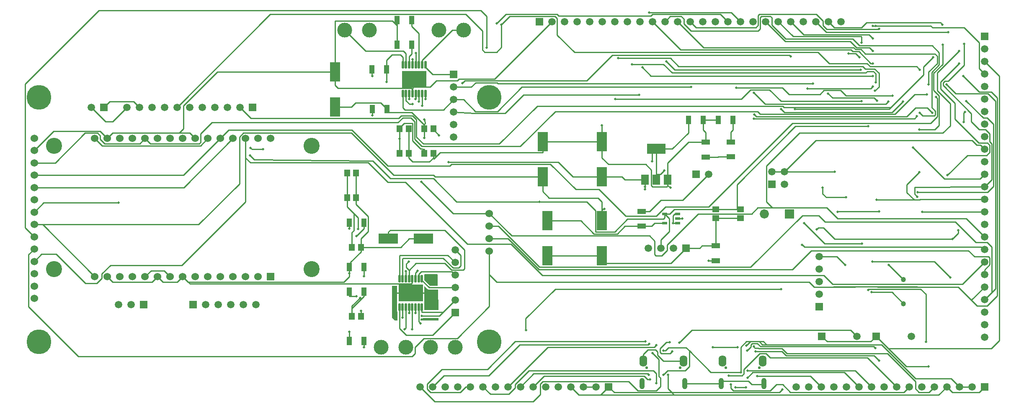
<source format=gbr>
G04*
G04 #@! TF.GenerationSoftware,Altium Limited,Altium Designer,23.1.1 (15)*
G04*
G04 Layer_Physical_Order=2*
G04 Layer_Color=16711680*
%FSLAX44Y44*%
%MOMM*%
G71*
G04*
G04 #@! TF.SameCoordinates,BB96B4BC-2DDC-42E6-90C6-D32D3C2E4667*
G04*
G04*
G04 #@! TF.FilePolarity,Positive*
G04*
G01*
G75*
%ADD12C,0.2540*%
%ADD18R,1.1500X1.4500*%
G04:AMPARAMS|DCode=21|XSize=0.94mm|YSize=1.77mm|CornerRadius=0.0658mm|HoleSize=0mm|Usage=FLASHONLY|Rotation=90.000|XOffset=0mm|YOffset=0mm|HoleType=Round|Shape=RoundedRectangle|*
%AMROUNDEDRECTD21*
21,1,0.9400,1.6384,0,0,90.0*
21,1,0.8084,1.7700,0,0,90.0*
1,1,0.1316,0.8192,0.4042*
1,1,0.1316,0.8192,-0.4042*
1,1,0.1316,-0.8192,-0.4042*
1,1,0.1316,-0.8192,0.4042*
%
%ADD21ROUNDEDRECTD21*%
G04:AMPARAMS|DCode=22|XSize=1.09mm|YSize=1.77mm|CornerRadius=0.0763mm|HoleSize=0mm|Usage=FLASHONLY|Rotation=90.000|XOffset=0mm|YOffset=0mm|HoleType=Round|Shape=RoundedRectangle|*
%AMROUNDEDRECTD22*
21,1,1.0900,1.6174,0,0,90.0*
21,1,0.9374,1.7700,0,0,90.0*
1,1,0.1526,0.8087,0.4687*
1,1,0.1526,0.8087,-0.4687*
1,1,0.1526,-0.8087,-0.4687*
1,1,0.1526,-0.8087,0.4687*
%
%ADD22ROUNDEDRECTD22*%
G04:AMPARAMS|DCode=24|XSize=1.09mm|YSize=1.77mm|CornerRadius=0.0763mm|HoleSize=0mm|Usage=FLASHONLY|Rotation=180.000|XOffset=0mm|YOffset=0mm|HoleType=Round|Shape=RoundedRectangle|*
%AMROUNDEDRECTD24*
21,1,1.0900,1.6174,0,0,180.0*
21,1,0.9374,1.7700,0,0,180.0*
1,1,0.1526,-0.4687,0.8087*
1,1,0.1526,0.4687,0.8087*
1,1,0.1526,0.4687,-0.8087*
1,1,0.1526,-0.4687,-0.8087*
%
%ADD24ROUNDEDRECTD24*%
G04:AMPARAMS|DCode=25|XSize=0.94mm|YSize=1.77mm|CornerRadius=0.0658mm|HoleSize=0mm|Usage=FLASHONLY|Rotation=180.000|XOffset=0mm|YOffset=0mm|HoleType=Round|Shape=RoundedRectangle|*
%AMROUNDEDRECTD25*
21,1,0.9400,1.6384,0,0,180.0*
21,1,0.8084,1.7700,0,0,180.0*
1,1,0.1316,-0.4042,0.8192*
1,1,0.1316,0.4042,0.8192*
1,1,0.1316,0.4042,-0.8192*
1,1,0.1316,-0.4042,-0.8192*
%
%ADD25ROUNDEDRECTD25*%
%ADD41C,0.3000*%
%ADD55C,1.5000*%
%ADD56R,1.5000X1.5000*%
%ADD57C,3.0000*%
%ADD58C,1.5240*%
%ADD59C,5.0000*%
%ADD60C,1.0300*%
%ADD61R,1.5000X1.5000*%
%ADD62C,0.5500*%
%ADD63O,1.0000X2.3000*%
%ADD64O,1.6000X2.3000*%
%ADD65R,1.5300X1.5300*%
%ADD66C,1.5300*%
%ADD67C,3.2500*%
%ADD68C,1.8500*%
%ADD69R,1.8500X1.8500*%
%ADD70C,0.5000*%
%ADD71R,4.0000X2.0000*%
G04:AMPARAMS|DCode=72|XSize=1.5mm|YSize=0.45mm|CornerRadius=0.0563mm|HoleSize=0mm|Usage=FLASHONLY|Rotation=90.000|XOffset=0mm|YOffset=0mm|HoleType=Round|Shape=RoundedRectangle|*
%AMROUNDEDRECTD72*
21,1,1.5000,0.3375,0,0,90.0*
21,1,1.3875,0.4500,0,0,90.0*
1,1,0.1125,0.1688,0.6938*
1,1,0.1125,0.1688,-0.6938*
1,1,0.1125,-0.1688,-0.6938*
1,1,0.1125,-0.1688,0.6938*
%
%ADD72ROUNDEDRECTD72*%
%ADD73R,5.0000X3.4000*%
%ADD74R,2.0000X4.0000*%
%ADD75R,1.4500X1.1500*%
%ADD76R,3.8000X2.0000*%
%ADD77R,1.5000X2.0000*%
%ADD78R,1.1000X0.6000*%
G36*
X864362Y257810D02*
X864900Y235594D01*
X864012Y234685D01*
X848923D01*
X837601Y246007D01*
Y255937D01*
X837430Y256794D01*
X838159Y258064D01*
X864108D01*
X864362Y257810D01*
D02*
G37*
G36*
X823960Y220804D02*
Y219196D01*
X824153Y218730D01*
X819848D01*
X820041Y219196D01*
Y220804D01*
X819848Y221270D01*
X824153D01*
X823960Y220804D01*
D02*
G37*
G36*
X811960D02*
Y219196D01*
X812153Y218730D01*
X810000D01*
X807848D01*
X808041Y219196D01*
Y220804D01*
X807848Y221270D01*
X810000D01*
X812153D01*
X811960Y220804D01*
D02*
G37*
G36*
X799960D02*
Y219196D01*
X800153Y218730D01*
X795848D01*
X796041Y219196D01*
Y220804D01*
X795848Y221270D01*
X800153D01*
X799960Y220804D01*
D02*
G37*
G36*
X844567Y228053D02*
X845827Y227211D01*
X847314Y226915D01*
X865109D01*
X866096Y186150D01*
X865209Y185241D01*
X837601D01*
Y197937D01*
X837360Y199148D01*
X837332Y199190D01*
X837540Y200460D01*
X837540D01*
X837540Y200460D01*
Y218730D01*
X831848D01*
X832041Y219196D01*
Y220804D01*
X831848Y221270D01*
X837540D01*
Y233421D01*
X838714Y233907D01*
X844567Y228053D01*
D02*
G37*
G36*
X866606Y165056D02*
X865359Y164084D01*
X830362D01*
X830135Y164311D01*
Y167710D01*
X831191Y168415D01*
X831740Y168188D01*
X833745D01*
X835597Y168955D01*
X835985Y169343D01*
X866502D01*
X866606Y165056D01*
D02*
G37*
G36*
X782460Y221270D02*
X788153D01*
X787960Y220804D01*
Y219196D01*
X788153Y218730D01*
X782460D01*
Y200460D01*
X782460Y200460D01*
X782460D01*
X782668Y199190D01*
X782640Y199148D01*
X782399Y197937D01*
Y184062D01*
X782640Y182852D01*
X783326Y181826D01*
X783365Y181799D01*
Y164084D01*
X778510D01*
X772668Y169926D01*
Y234621D01*
X782460D01*
Y221270D01*
D02*
G37*
D12*
X801370Y271572D02*
Y279146D01*
X805942Y283718D01*
X800060Y263959D02*
X800155Y263863D01*
Y249095D02*
Y263863D01*
Y249095D02*
X800250Y249000D01*
X810000Y220000D02*
Y238506D01*
X892990Y263210D02*
X900000Y256200D01*
X884928Y296672D02*
X900000Y281600D01*
Y307000D02*
X910974Y296026D01*
Y275148D02*
Y296026D01*
X906656Y270830D02*
X910974Y275148D01*
X895538Y270830D02*
X906656D01*
X875956Y181356D02*
X900000Y205400D01*
X875538Y290830D02*
X895538Y270830D01*
X831396Y263210D02*
X892990D01*
X788738Y296672D02*
X884928D01*
X820466Y279908D02*
X879301D01*
X892189Y267020D01*
X806750Y266192D02*
X820466Y279908D01*
X823722Y264764D02*
Y265430D01*
X795238Y290830D02*
X875538D01*
X813250Y240538D02*
Y249000D01*
X826250Y258064D02*
X831396Y263210D01*
X811218Y238506D02*
X813250Y240538D01*
X807201Y330000D02*
X835500D01*
X810000Y238506D02*
X811218D01*
X819750Y260793D02*
X823722Y264764D01*
X819750Y249000D02*
Y260793D01*
X806750Y249000D02*
Y266192D01*
X790012Y312810D02*
X807201Y330000D01*
X793750Y289342D02*
X795238Y290830D01*
X793750Y249000D02*
Y289342D01*
X787250Y249000D02*
Y295184D01*
X788738Y296672D01*
X801370Y271572D02*
X806750Y266192D01*
X832750Y181356D02*
X875956D01*
X793626Y170434D02*
X793750Y170558D01*
X819750Y179832D02*
Y191000D01*
X832750Y181356D02*
Y191000D01*
X793750Y170558D02*
Y191000D01*
X832742Y173228D02*
X867828D01*
X806750Y179916D02*
Y191000D01*
Y179916D02*
X806834Y179832D01*
X867828Y173228D02*
X875956Y181356D01*
X847314Y230800D02*
X900000D01*
X832750Y245364D02*
Y249000D01*
Y245364D02*
X847314Y230800D01*
X826250Y249000D02*
Y258064D01*
X709290Y330192D02*
X724030Y344932D01*
X703456Y350012D02*
Y372296D01*
X709290Y312810D02*
Y330192D01*
X699290Y412810D02*
Y462810D01*
Y400050D02*
Y412810D01*
X724030Y344932D02*
Y375310D01*
X700662Y335280D02*
X715690Y350308D01*
Y362810D01*
X685640Y272810D02*
X688216Y282448D01*
X709290Y303522D01*
Y312810D01*
X764500Y343408D02*
X768564Y347472D01*
X709290Y312810D02*
X790012D01*
X694820Y380932D02*
X703456Y372296D01*
X681290Y394462D02*
Y412810D01*
X691290Y188748D02*
Y193828D01*
X709290Y172810D02*
Y184150D01*
X685640Y122810D02*
Y141260D01*
X691290Y172810D02*
Y188748D01*
X813184Y91694D02*
X818518Y97028D01*
X836552Y128270D02*
X904116D01*
X800738Y134620D02*
X854620D01*
X787250Y148108D02*
X800738Y134620D01*
X818518Y97028D02*
Y110236D01*
X685640Y350266D02*
Y362810D01*
Y260096D02*
Y272810D01*
X694820Y346123D02*
Y380932D01*
X691290Y342593D02*
X694820Y346123D01*
X691290Y312810D02*
Y342593D01*
X681290Y394462D02*
X694820Y380932D01*
X675008Y242316D02*
X685640Y252948D01*
Y260096D01*
X854620Y134620D02*
X900000Y180000D01*
X826250Y162702D02*
X830202Y158750D01*
X826250Y162702D02*
Y191000D01*
X797690Y146812D02*
X800250Y149372D01*
X818518Y110236D02*
X836552Y128270D01*
X715690Y213148D02*
Y222810D01*
X691290Y188748D02*
X715690Y213148D01*
Y253958D02*
Y272810D01*
X691290Y193828D02*
X707774Y210312D01*
X715690Y110236D02*
Y122810D01*
X685640Y213360D02*
Y222810D01*
Y213360D02*
X700662D01*
X800250Y149372D02*
Y191000D01*
X764500Y330000D02*
Y343408D01*
X813250Y146750D02*
Y191000D01*
X787250Y148108D02*
Y191000D01*
X681290Y412810D02*
Y462810D01*
X837880Y567704D02*
X839315Y566269D01*
X837410Y571726D02*
X837880Y571255D01*
Y567704D02*
Y571255D01*
X839315Y563313D02*
Y566269D01*
X837790Y561788D02*
X839315Y563313D01*
X837790Y560611D02*
Y561788D01*
X855789Y551289D02*
Y552789D01*
Y551289D02*
X867369Y539710D01*
X867410D01*
X486156Y514350D02*
X489204Y511302D01*
X511556D01*
X1042670Y145034D02*
X1043178Y144526D01*
X1042670Y145034D02*
Y168656D01*
X1102106Y228092D02*
X1558798Y228092D01*
X1042670Y168656D02*
X1102106Y228092D01*
X1630680Y348488D02*
X1634490Y352298D01*
X1644650D01*
X1667256Y329692D01*
X1905508D01*
X1928368Y566420D02*
Y584962D01*
X1930146Y586740D01*
X1905508Y329692D02*
X1916724Y340908D01*
Y346750D01*
X1917192Y347218D01*
X1646976Y319746D02*
X1722374D01*
X1605026Y361696D02*
X1646976Y319746D01*
X1962282Y313436D02*
X1967518Y308200D01*
X1602012Y317246D02*
X1605822Y313436D01*
X1967518Y308200D02*
X1970000D01*
X1605822Y313436D02*
X1962282D01*
X1619634Y305816D02*
X1937388D01*
X1949580Y293624D01*
X1581788Y267970D02*
X1619634Y305816D01*
X1601346Y317246D02*
X1602012D01*
X1650238Y413766D02*
X1690246D01*
X1642872Y421132D02*
Y433324D01*
Y421132D02*
X1650238Y413766D01*
X1750190Y761492D02*
X1861442D01*
X1743840D02*
X1750190D01*
X1469520Y389790D02*
Y439420D01*
X1451741Y389790D02*
X1469520D01*
X902828Y405130D02*
X1070232D01*
X1337901Y18241D02*
X1342426Y13716D01*
X1330074Y26068D02*
X1337901Y18241D01*
X1555071D01*
X1221759D02*
X1337901D01*
X1342426Y13716D02*
X1877516D01*
X1193716D02*
X1342426D01*
X1150083D02*
X1193716D01*
X1521060Y115276D02*
X1529297D01*
X1514710Y121626D02*
X1522947D01*
X1488590D02*
X1497119D01*
X1373000Y103378D02*
X1416688Y59690D01*
X1499492Y34838D02*
X1524310D01*
X1437911Y41614D02*
X1492716D01*
X856644Y491770D02*
X869318Y504444D01*
X816864Y637286D02*
X848998D01*
X816864Y647322D02*
Y653034D01*
Y637286D02*
Y647322D01*
X855789Y493776D02*
Y502790D01*
Y492624D02*
Y493776D01*
X782140Y762000D02*
Y772790D01*
Y747776D02*
Y762000D01*
X772996Y771144D02*
X782140Y762000D01*
X341760Y544322D02*
X363648D01*
X207931D02*
X341760D01*
X1196789Y280162D02*
X1336162D01*
X1320775Y82550D02*
X1361711D01*
X364064Y238506D02*
X810000D01*
X360254Y242316D02*
X364064Y238506D01*
X349290Y253280D02*
X360254Y242316D01*
X1984580Y221180D02*
X1992200Y228800D01*
X1970000Y206600D02*
X1984580Y221180D01*
X1943485Y205485D02*
X1955168Y193802D01*
X1917068Y231902D02*
X1943485Y205485D01*
X968810Y257632D02*
Y305210D01*
Y192964D02*
Y257632D01*
X476290Y404786D02*
Y493776D01*
X1306789Y460248D02*
X1314580D01*
X1775779Y107442D02*
X1811846Y71374D01*
X1750740Y132480D02*
X1775779Y107442D01*
X1297816Y486664D02*
Y512290D01*
X1306789Y449290D02*
Y460248D01*
X859570Y455168D02*
X1076790D01*
X1196789Y388112D02*
Y404368D01*
X65960Y358810D02*
X381037D01*
X1776953Y592582D02*
X1780762Y596392D01*
X1511684Y392684D02*
X1540894D01*
X1827643Y408762D02*
X1839070D01*
X1752044D02*
X1827643D01*
X787790Y552790D02*
Y554431D01*
Y502790D02*
Y527558D01*
Y532384D02*
Y552790D01*
Y527558D02*
Y532384D01*
X1138304Y455422D02*
X1196789D01*
X1283789Y429711D02*
Y435513D01*
X812422Y585978D02*
X837790Y560611D01*
X762190Y585978D02*
X812422D01*
X273090Y253280D02*
X285239Y265430D01*
X311740D01*
X323890Y253280D01*
X1323790Y372938D02*
Y380290D01*
X1248453Y369824D02*
X1320676D01*
X1184024Y343749D02*
Y386842D01*
X855760Y452197D02*
X902828Y405130D01*
X768657Y452197D02*
X855760D01*
X732920Y487934D02*
X768657Y452197D01*
X724030Y487934D02*
X732920D01*
X493398Y490220D02*
X724030Y487934D01*
X485016Y498602D02*
X493398Y490220D01*
X1958978Y674822D02*
X1970000Y663800D01*
X1861442Y761492D02*
X1865506Y757428D01*
X1587884Y557784D02*
X1734950D01*
X1469520Y439420D02*
X1587884Y557784D01*
X1469520Y389790D02*
X1476790D01*
X1320676Y369824D02*
X1323790Y372938D01*
X1222378Y343749D02*
X1248453Y369824D01*
X1184024Y343749D02*
X1222378D01*
X1165736Y405130D02*
X1184024Y386842D01*
X1070232Y405130D02*
X1165736D01*
X1426790Y389790D02*
X1451741Y389790D01*
X1323790Y380290D02*
X1333376D01*
X1342876Y389790D01*
X1426790D01*
X1315990Y310790D02*
Y327546D01*
X1332868Y344424D01*
Y371211D01*
X1323790Y380290D02*
X1332868Y371211D01*
X273090Y533280D02*
X284010Y522360D01*
X382400D01*
X385702Y525662D01*
Y542544D01*
X408562Y565404D01*
X783974D01*
X793880Y575310D01*
X810017D01*
X817947Y567380D01*
Y531741D02*
Y567380D01*
Y531741D02*
X832544Y517144D01*
X1031624D01*
X1102196Y587716D01*
X1511136D01*
X1516391Y582462D01*
X1789346D01*
X1829184Y622300D01*
X1853809D01*
X1330074Y26068D02*
Y53848D01*
X1868554Y283464D02*
X1900558Y251460D01*
X1743402Y283464D02*
X1868554D01*
X1320676Y54102D02*
X1329312Y62738D01*
X1364618D01*
X1373000Y71120D01*
Y103378D01*
X1366792Y109586D02*
X1373000Y103378D01*
X1324859Y103632D02*
X1330813Y109586D01*
X298490Y253280D02*
X309454Y242316D01*
X338325D01*
X349290Y253280D01*
X1196789Y526290D02*
Y560005D01*
X813614Y632284D02*
X816864Y647322D01*
X848998Y637286D02*
X861698Y649986D01*
X904028D01*
X908046Y654005D01*
X979405D01*
X1095400Y770000D01*
X1565400Y465400D02*
X1629319Y529319D01*
X1944583D01*
X1954032Y519870D01*
X1961530D01*
X1970000Y511400D01*
X1329789Y438120D02*
X1334900Y433801D01*
X1524310Y34838D02*
Y36821D01*
X1492716Y41614D02*
X1499492Y34838D01*
X1437911Y36821D02*
Y41614D01*
X1835210Y424180D02*
X1976250D01*
X1988390Y436320D01*
Y561900D01*
X1975488Y574802D02*
X1988390Y561900D01*
X1967360Y574802D02*
X1975488D01*
X1933163Y608999D02*
X1967360Y574802D01*
X1881093Y768096D02*
X1885157Y764032D01*
X1731140Y768096D02*
X1881093D01*
X1721234Y758190D02*
X1731140Y768096D01*
X1666010Y758190D02*
X1721234D01*
X1654200Y770000D02*
X1666010Y758190D01*
X1653924Y624332D02*
X1662906Y615350D01*
X1746686D01*
X1752476Y609560D01*
X1295623Y659799D02*
X1743840D01*
X1278258Y677164D02*
X1295623Y659799D01*
X1828676Y573278D02*
X1833502Y578104D01*
X1503810Y573278D02*
X1828676D01*
X1504826Y581406D02*
X1508890Y577342D01*
X1812928D01*
X1830936Y595350D01*
X1854316D01*
X1864450Y585216D01*
X1844170Y384400D02*
X1970000D01*
X1893065Y643036D02*
X1912280Y623820D01*
X1977178D01*
X1992200Y608797D01*
Y228800D02*
Y608797D01*
X1984580Y221180D02*
Y313488D01*
X1975488Y322580D02*
X1984580Y313488D01*
X1952120Y322580D02*
X1975488D01*
X1910718Y363982D02*
X1952120Y322580D01*
X1647574Y363982D02*
X1910718D01*
X1634620Y376936D02*
X1647574Y363982D01*
X1601600Y376936D02*
X1634620D01*
X1497206Y272542D02*
X1601600Y376936D01*
X1070486Y272542D02*
X1497206D01*
X987018Y356010D02*
X1070486Y272542D01*
X968810Y356010D02*
X987018D01*
X1699695Y144526D02*
X1711741Y132480D01*
X1378080Y144526D02*
X1699695D01*
X1352680Y119126D02*
X1378080Y144526D01*
X968810Y257632D02*
X983872Y242570D01*
X1615316D02*
X1625476Y232410D01*
X1664592D02*
X1753746Y232664D01*
X1917068Y231902D01*
X1955168Y193802D02*
X1975488D01*
X1996010Y214324D01*
Y615236D01*
X1983616Y627630D02*
X1996010Y615236D01*
X1959232Y627630D02*
X1983616D01*
X1927062Y659799D02*
X1959232Y627630D01*
X1943485Y205485D02*
X1970000Y232000D01*
X1754508Y231902D02*
X1917068D01*
X1753746Y232664D02*
X1754508Y231902D01*
X1664846Y232664D02*
X1753746D01*
X1664592Y232410D02*
X1664846Y232664D01*
X1625476Y232410D02*
X1664592D01*
X983872Y242570D02*
X1615316D01*
X68098Y403098D02*
X219107D01*
X48810Y383810D02*
X68098Y403098D01*
X1881526Y647880D02*
X1918846Y685200D01*
X1881526Y632950D02*
Y647880D01*
Y632950D02*
X1909956Y604520D01*
Y572262D02*
Y604520D01*
Y572262D02*
X1958216Y524002D01*
X1975855D01*
X1980770Y519087D01*
Y505408D02*
Y519087D01*
X1974218Y498856D02*
X1980770Y505408D01*
X1935356Y498856D02*
X1974218D01*
X1895224Y458724D02*
X1935356Y498856D01*
X48810Y283810D02*
X63958Y298958D01*
X92840D01*
X152276Y239522D01*
X175390D01*
X185804Y249936D01*
Y258826D01*
X203076Y276098D01*
X347602D01*
X476290Y404786D01*
X1925452Y238252D02*
X1970000Y282800D01*
X1662814Y238252D02*
X1925452D01*
X1645288Y255778D02*
X1662814Y238252D01*
X1076328Y255778D02*
X1645288D01*
X1013082Y319024D02*
X1076328Y255778D01*
X924780Y319024D02*
X1013082D01*
X799410Y444394D02*
X924780Y319024D01*
X763506Y444394D02*
X799410D01*
X723776Y484124D02*
X763506Y444394D01*
X485942Y484124D02*
X723776D01*
X476290Y493776D02*
X485942Y484124D01*
X476290Y493776D02*
Y533280D01*
X1739926Y121666D02*
X1750740Y132480D01*
X1651555Y121666D02*
X1739926D01*
X1640740Y132480D02*
X1651555Y121666D01*
X1076790Y425496D02*
Y455168D01*
Y425496D02*
X1089536Y412750D01*
X1188408D01*
X1196789Y404368D01*
X381037Y358810D02*
X463680Y441452D01*
Y536194D01*
X471808Y544322D01*
X690014D01*
X775828Y458508D01*
X856231D01*
X859570Y455168D01*
X1076790D02*
Y455290D01*
X1314580Y460248D02*
X1322962Y468630D01*
X1340488Y361290D02*
X1349790D01*
X1340386Y376580D02*
X1340488Y361290D01*
X1340386Y376580D02*
X1344096Y380290D01*
X1349790D01*
X1782833Y221488D02*
X1806240Y198080D01*
X1742062Y221488D02*
X1782833D01*
X1776190Y276930D02*
X1806240Y246880D01*
X1057600Y30000D02*
X1079416Y51816D01*
X1281814D01*
X1288926Y44704D01*
X1294006D01*
X921416Y30000D02*
X930600D01*
X910466Y19050D02*
X921416Y30000D01*
X849760Y19050D02*
X910466D01*
X843410Y25400D02*
X849760Y19050D01*
X843410Y25400D02*
Y35560D01*
X873382Y65532D01*
X965076D01*
X1021210Y121666D01*
X1284100D01*
X829000Y30000D02*
X858999Y0D01*
X1057786D01*
X1072010Y14224D01*
Y35560D01*
X1077344Y40894D01*
X1250797D01*
X1269640Y22051D01*
X1306405D01*
X1315088Y30734D01*
Y47498D01*
X1311278Y51308D02*
X1315088Y47498D01*
X1311278Y51308D02*
Y85598D01*
X1298578Y98298D02*
X1311278Y85598D01*
X425490Y533280D02*
X442374Y550164D01*
X690756D01*
X763400Y477520D01*
X889312D01*
X892868Y481076D01*
X1092584D01*
X1143638Y430022D01*
X1190882D01*
X1244730Y376174D01*
X1306198D01*
X1324740Y394716D01*
X1412624D01*
X1582042Y564134D01*
X1860894D01*
X1874570Y577810D01*
Y614159D01*
X1871856Y616874D02*
X1874570Y614159D01*
X48810Y433810D02*
X351419D01*
X450890Y533280D01*
X1846330Y661960D02*
Y678216D01*
X1586360Y592582D02*
X1776953D01*
X464599Y596240D02*
X487054Y573786D01*
X785498D01*
X790838Y579126D01*
X813821D01*
X821757Y571190D01*
Y536304D02*
Y571190D01*
Y536304D02*
X835837Y522224D01*
X989206D01*
X1065866Y598884D01*
X1562331D01*
X1564823Y596392D01*
X1780762D01*
X1846330Y661960D01*
Y678216D02*
X1866014Y697899D01*
X1885318Y683548D02*
Y723299D01*
X1867244Y665474D02*
X1885318Y683548D01*
X1867244Y630722D02*
Y665474D01*
Y630722D02*
X1878380Y619586D01*
Y559482D02*
Y619586D01*
X1869824Y550926D02*
X1878380Y559482D01*
X1837820Y550926D02*
X1869824D01*
X1812928Y439733D02*
X1837820Y464625D01*
X1812928Y423477D02*
Y439733D01*
Y423477D02*
X1827643Y408762D01*
X1839070D02*
X1840108Y409800D01*
X1970000D01*
X1828676Y420624D02*
X1834010Y415290D01*
X1828676Y420624D02*
Y434594D01*
X1970000Y435200D01*
X1984580Y449780D01*
Y522473D01*
X1980770Y526283D02*
X1984580Y522473D01*
X1980770Y526283D02*
Y542544D01*
X1972134Y551180D02*
X1980770Y542544D01*
X1959232Y551180D02*
X1972134D01*
X1943484Y566928D02*
X1959232Y551180D01*
X1943484Y566928D02*
Y583692D01*
X1886334Y640842D02*
X1943484Y583692D01*
X1886334Y640842D02*
Y646176D01*
X1889504Y649346D01*
X1896616D01*
X1929006Y681736D01*
Y725170D01*
X249564Y608076D02*
X261399Y596240D01*
X201836Y608076D02*
X249564D01*
X190000Y596240D02*
X201836Y608076D01*
X1527200Y770000D02*
X1567390Y729810D01*
X1698639D01*
X1711114Y717336D01*
X1737196D01*
X1743840Y710692D01*
X1034927Y637286D02*
X1376810D01*
X985580Y587939D02*
X1034927Y637286D01*
X940952Y587939D02*
X985580D01*
X916901Y611990D02*
X940952Y587939D01*
X896790Y611990D02*
X916901D01*
X876112Y591312D02*
X896790Y611990D01*
X798178Y591312D02*
X876112D01*
X794114Y595376D02*
X798178Y591312D01*
X794114Y595376D02*
Y624034D01*
X1709804Y705358D02*
X1717263Y697899D01*
X1695326Y705358D02*
X1709804D01*
X1038299Y621538D02*
X1271654D01*
X1000891Y584129D02*
X1038299Y621538D01*
X939191Y584129D02*
X1000891D01*
X896790Y586590D02*
X939191Y584129D01*
X1349400Y770000D02*
X1401850Y717550D01*
X1705232D01*
X1709256Y713526D01*
X1720178D01*
X1729362Y704342D01*
X1869824D01*
X1874282Y699884D01*
Y684924D02*
Y699884D01*
X1857124Y667766D02*
X1874282Y684924D01*
X1857124Y642620D02*
Y667766D01*
X1458010Y788390D02*
X1476400Y770000D01*
X1291894Y788390D02*
X1458010D01*
X1324000Y770000D02*
X1334771Y780770D01*
X1356770D01*
X1362078Y775462D01*
Y765556D02*
Y775462D01*
Y765556D02*
X1376810Y750824D01*
X1512192D01*
X1516430Y755062D01*
Y778256D01*
X1518944Y780770D01*
X1537110D01*
X1540132Y777748D01*
Y763016D02*
Y777748D01*
Y763016D02*
X1568326Y734822D01*
X1703494D01*
X1717170Y721146D01*
X1864450D01*
X1878292Y707304D01*
Y682076D02*
Y707304D01*
X1863434Y667218D02*
X1878292Y682076D01*
X1863434Y595670D02*
Y667218D01*
Y595670D02*
X1870760Y588344D01*
Y581152D02*
Y588344D01*
X1868514Y578906D02*
X1870760Y581152D01*
X1845360Y578906D02*
X1868514D01*
X1839050Y585216D02*
X1845360Y578906D01*
X833114Y599466D02*
Y624034D01*
X826614Y607568D02*
Y624034D01*
X837790Y502790D02*
Y511048D01*
X829737Y512509D02*
X837790Y511048D01*
X814137Y528109D02*
X829737Y512509D01*
X814137Y528109D02*
Y563570D01*
X796928D02*
X814137D01*
X787790Y554431D02*
X796928Y563570D01*
X833114Y682034D02*
Y691370D01*
X894534Y752790D01*
X916790D01*
X820114Y682034D02*
Y706114D01*
X1412190Y285390D02*
X1426790D01*
X1468504Y635722D02*
X1561508D01*
X1574676Y622554D01*
X1637414D01*
X1645542Y630682D01*
X1679324D01*
X1689992Y620014D01*
X1783932D01*
X761440Y647954D02*
Y672790D01*
X1783504Y586272D02*
X1805054Y607822D01*
X1565238Y586272D02*
X1783504D01*
X1559182Y592328D02*
X1565238Y586272D01*
X1283789Y435513D02*
Y449290D01*
X656790Y597290D02*
X690384D01*
X698376Y605282D01*
X749698D01*
X762190Y592790D01*
X768564Y347472D02*
X878716D01*
X918594Y307594D01*
Y269154D02*
Y307594D01*
X916460Y267020D02*
X918594Y269154D01*
X892189Y267020D02*
X916460D01*
X1746166Y111466D02*
X1748920Y108712D01*
X1517250Y111466D02*
X1746166D01*
X1510900Y117816D02*
X1517250Y111466D01*
X1500000Y117816D02*
X1510900D01*
X1497500Y115316D02*
X1500000Y117816D01*
X1497500Y110530D02*
Y115316D01*
X1490602Y103632D02*
X1497500Y110530D01*
X1466472Y28448D02*
X1487300D01*
X1503810Y110410D02*
Y111506D01*
Y110410D02*
X1506096Y108124D01*
X1512758D01*
X1513440Y107442D01*
X1560706D01*
X1570612Y97536D01*
X1773812D01*
X1830454Y40894D01*
Y25908D02*
Y40894D01*
Y25908D02*
X1837312Y19050D01*
X1857450D01*
X1868400Y30000D01*
X1210000D02*
X1221759Y18241D01*
X1555071D02*
X1561722Y24892D01*
X1477359Y59690D02*
Y110396D01*
X1488590Y121626D01*
X1522947D02*
X1529297Y115276D01*
X1762422D01*
X1830708Y46990D01*
X1902210D01*
X1488924Y113431D02*
X1497119Y121626D01*
X1514710D01*
X1521060Y115276D01*
X1902210Y46990D02*
X1919200Y30000D01*
X1507366Y101600D02*
X1560452D01*
X1568834Y93218D01*
X1746380D01*
X1756540Y83058D01*
X1687072Y58928D02*
X1716000Y30000D01*
X1501270Y58928D02*
X1687072D01*
X1490856Y48514D02*
X1501270Y58928D01*
X1320795Y103632D02*
X1324859D01*
X1330813Y109586D02*
X1366792D01*
X1416688Y59690D02*
X1477359D01*
X1491424Y62738D02*
X1708662D01*
X1741400Y30000D01*
X1453264Y52578D02*
X1479680D01*
X1483744Y56642D01*
Y65024D01*
X1516002Y97282D01*
X1527940D01*
X1536576Y88646D01*
X1733554D01*
X1792200Y30000D01*
X895578Y381410D02*
X968810D01*
X831472Y445516D02*
X895578Y381410D01*
X1851536Y121412D02*
Y217424D01*
X1841079Y227881D02*
X1851536Y217424D01*
X1736955Y227881D02*
X1841079D01*
X1735204Y226130D02*
X1736955Y227881D01*
X1196789Y455290D02*
Y455422D01*
X1108517Y485209D02*
X1138304Y455422D01*
X886557Y485209D02*
X1108517D01*
X837790Y534456D02*
Y552789D01*
X1672810Y384880D02*
X1756610D01*
X1672740Y384810D02*
X1672810Y384880D01*
X986158Y644398D02*
X1622936D01*
X984380Y646176D02*
X986158Y644398D01*
X941235Y646176D02*
X984380D01*
X932449Y637390D02*
X941235Y646176D01*
X896790Y637390D02*
X932449D01*
X1006800Y30000D02*
X1087290Y110490D01*
X1302668D01*
X1306732Y114554D01*
X1334057Y97322D02*
X1338710Y101974D01*
X1316731Y97322D02*
X1334057D01*
X1314485Y99568D02*
X1316731Y97322D01*
X1314485Y99568D02*
Y107696D01*
X1326677Y119888D01*
X1333630D01*
X1770296Y602488D02*
X1775590Y607782D01*
X1568840Y602488D02*
X1770296D01*
X1568633Y602694D02*
X1568840Y602488D01*
X1526464Y602694D02*
X1568633D01*
X1503556Y625602D02*
X1526464Y602694D01*
X1223902Y613410D02*
X1478743D01*
X1497246Y631912D01*
X1535346D01*
X1558420Y608838D01*
X1721234D01*
X1297816Y512290D02*
X1306789D01*
X1198821Y390144D02*
X1201296D01*
X1196789Y388112D02*
X1198821Y390144D01*
X1196789Y366290D02*
Y388112D01*
X1748412Y629827D02*
X1756540Y637956D01*
Y665480D01*
X1747904Y674116D02*
X1756540Y665480D01*
X1728600Y674116D02*
X1747904D01*
X1723520Y679196D02*
X1728600Y674116D01*
X1351410Y679196D02*
X1723520D01*
X1334900Y695706D02*
X1351410Y679196D01*
X1229236Y695706D02*
X1334900D01*
X1739776Y634492D02*
X1743840Y638556D01*
X1611908Y634492D02*
X1739776D01*
X983872Y766318D02*
X1002160Y784606D01*
X1105792D01*
X1109308Y781090D01*
X1295704D01*
X1299195Y784580D01*
X1436420D01*
X1451000Y770000D01*
X1575460Y702056D02*
X1578000Y699516D01*
X1217552Y702056D02*
X1575460D01*
X1165691Y650195D02*
X1217552Y702056D01*
X919167Y650195D02*
X1165691D01*
X914276Y645304D02*
X919167Y650195D01*
X807114Y612648D02*
Y624034D01*
X807596Y602742D02*
X813692D01*
X800614Y609724D02*
X807596Y602742D01*
X800614Y609724D02*
Y624034D01*
X1540894Y392684D02*
X1651130D01*
X1529210Y404368D02*
X1540894Y392684D01*
X1529210Y404368D02*
Y477266D01*
X1596012Y544068D01*
X1885826D01*
X1900558Y558800D01*
Y603758D01*
X1874484Y629832D02*
X1900558Y603758D01*
X1874484Y629832D02*
Y666237D01*
X1918846Y710600D01*
X1750190Y647100D02*
Y664464D01*
X1745364Y669290D02*
X1750190Y664464D01*
X1733426Y669290D02*
X1745364D01*
X1730124Y665988D02*
X1733426Y669290D01*
X1338710Y665988D02*
X1730124D01*
X1321184Y683514D02*
X1338710Y665988D01*
X1257684Y683514D02*
X1321184D01*
X1298600Y770000D02*
X1355452Y713149D01*
X1700061D01*
X1703494Y709716D01*
X1715902D01*
X1740418Y685200D01*
X1743840D01*
X1552600Y770000D02*
X1582952Y739648D01*
X1720671D01*
X1721234Y739085D01*
Y727456D02*
Y739085D01*
X1374800Y770000D02*
X1386690Y758110D01*
X1508128D01*
X1512620Y762602D01*
Y782320D01*
X1514880Y784580D01*
X1630328D01*
X1643256Y771652D01*
Y762000D02*
Y771652D01*
Y762000D02*
X1651130Y754126D01*
X1756286D01*
X1757302Y755142D01*
X1650101Y748699D02*
X1896240D01*
X1628800Y770000D02*
X1650101Y748699D01*
X1825431Y514880D02*
X1888914Y451398D01*
X1960798D01*
X1970000Y460600D01*
X1510668Y51816D02*
X1617984D01*
X1639800Y30000D01*
X1806650Y19050D02*
X1817600Y30000D01*
X1577470Y19050D02*
X1806650D01*
X1561976Y34544D02*
X1577470Y19050D01*
X1549276Y34544D02*
X1561976D01*
X1536783Y22051D02*
X1549276Y34544D01*
X1462455Y22051D02*
X1536783D01*
X1457074Y27432D02*
X1462455Y22051D01*
X1457074Y27432D02*
Y34384D01*
X1361711Y82323D02*
Y82550D01*
X1309213Y94112D02*
X1320775Y82550D01*
X1309213Y94112D02*
Y100396D01*
X1304928Y104681D02*
X1309213Y100396D01*
X1289688Y104681D02*
X1304928D01*
X1280511Y95504D02*
X1289688Y104681D01*
X1280511Y82323D02*
Y95504D01*
X854400Y30000D02*
X877232Y52832D01*
X968124D01*
X1030648Y115356D01*
X1290341D01*
X1291825Y116840D01*
X337599Y596240D02*
X526219Y784860D01*
X921388D01*
X954916Y751332D01*
Y712724D02*
Y751332D01*
Y712724D02*
X959488Y708152D01*
X983872D01*
X993460Y717740D01*
Y763990D01*
X419246Y668290D02*
X656790D01*
X350396Y599440D02*
X419246Y668290D01*
X350396Y552958D02*
Y599440D01*
X341760Y544322D02*
X350396Y552958D01*
X1420752Y110236D02*
X1471044D01*
X1877516Y13716D02*
X1893800Y30000D01*
X963410Y717042D02*
Y780430D01*
X951360Y792480D02*
X963410Y780430D01*
X179200Y792480D02*
X951360D01*
X30356Y643636D02*
X179200Y792480D01*
X30356Y352264D02*
Y643636D01*
Y352264D02*
X48810Y333810D01*
X1032200Y30000D02*
X1058842Y56642D01*
X1289232D01*
X1291264Y54610D01*
X956000Y30000D02*
X971013Y14986D01*
X1008256D01*
X1021210Y27940D01*
Y34544D01*
X1049150Y62484D01*
X1300864D01*
X1306706Y56642D01*
Y37084D02*
Y56642D01*
X1133800Y30000D02*
X1150083Y13716D01*
X1193716D02*
X1210000Y30000D01*
X904116Y128270D02*
X968810Y192964D01*
X138306Y91694D02*
X813184D01*
X37722Y192278D02*
X138306Y91694D01*
X37722Y192278D02*
Y297722D01*
X48810Y308810D01*
X1970000Y689200D02*
X1999820Y659380D01*
Y123646D02*
Y659380D01*
X1983616Y107442D02*
X1999820Y123646D01*
X1775779Y107442D02*
X1983616D01*
X1811846Y71374D02*
X1857124D01*
X1086790Y366290D02*
X1154089D01*
X1180439Y339939D01*
X1227502D01*
X1242952Y355390D01*
X1276790D01*
X993460Y763990D02*
X1010267Y780796D01*
X1101728D01*
X1106220Y776304D01*
Y742776D02*
Y776304D01*
Y742776D02*
X1141352Y707644D01*
X1633604D01*
X1656210Y685038D01*
X1732410D01*
X1738760Y678688D01*
X1832994D01*
X1839182Y672499D01*
X1343629D02*
X1719710D01*
X1326772Y689356D02*
X1343629Y672499D01*
X839614Y677164D02*
Y682034D01*
Y677164D02*
X853988Y662790D01*
X896790D01*
X826614Y682034D02*
Y745820D01*
X812190Y760244D02*
X826614Y745820D01*
X812190Y760244D02*
Y772790D01*
X813614Y682034D02*
Y693342D01*
X813692Y693420D01*
X1933014Y370586D02*
X1970000Y333600D01*
X1673228Y370586D02*
X1933014D01*
X1651130Y392684D02*
X1673228Y370586D01*
X1499238Y380238D02*
X1511684Y392684D01*
X1391288Y380238D02*
X1499238D01*
X1328804Y317754D02*
X1391288Y380238D01*
X1328804Y306832D02*
Y317754D01*
X1317882Y295910D02*
X1328804Y306832D01*
X1305436Y295910D02*
X1317882D01*
X1303404Y297942D02*
X1305436Y295910D01*
X1303404Y297942D02*
Y325374D01*
X1292736Y336042D02*
X1303404Y325374D01*
X1014178Y336042D02*
X1292736D01*
X968810Y381410D02*
X1014178Y336042D01*
X1970000Y257400D02*
Y266542D01*
X1980770Y277312D01*
Y291136D01*
X1978282Y293624D02*
X1980770Y291136D01*
X1949580Y293624D02*
X1978282D01*
X1069597Y267970D02*
X1581788D01*
X1006957Y330610D02*
X1069597Y267970D01*
X968810Y330610D02*
X1006957D01*
X171490Y533280D02*
X186220Y518550D01*
X385359D01*
X400090Y533280D01*
X813614Y624034D02*
Y632284D01*
X811152Y634746D02*
X813614Y632284D01*
X663140Y634746D02*
X811152D01*
X656790Y641096D02*
X663140Y634746D01*
X656790Y641096D02*
Y668290D01*
X800614Y682034D02*
Y705104D01*
X795026Y710692D02*
X800614Y705104D01*
X718887Y710692D02*
X795026D01*
X676790Y752790D02*
X718887Y710692D01*
X656790Y668290D02*
Y770960D01*
X656974Y771144D01*
X772996D01*
X1565400Y465400D02*
X1667240D01*
X837790Y552789D02*
Y560611D01*
X762190Y585978D02*
Y592790D01*
X1276790Y385440D02*
X1292858D01*
X1315596Y408178D01*
X1359578D01*
X1412190Y460790D01*
X1578000Y770000D02*
X1604542Y743458D01*
X1736474D01*
X1743840Y736092D01*
X805789Y493776D02*
Y502790D01*
Y493776D02*
X813917Y485648D01*
X847661D01*
X855789Y493776D01*
X48810Y483810D02*
X91123D01*
X151514Y544201D01*
X176689D01*
X182410Y538480D01*
Y531714D02*
Y538480D01*
Y531714D02*
X191764Y522360D01*
X262169D01*
X273090Y533280D01*
X839614Y612648D02*
Y624034D01*
X820114Y612720D02*
Y624034D01*
X820042Y612648D02*
X820114Y612720D01*
X1329789Y449290D02*
Y483754D01*
X1371476Y525440D01*
X1406790D01*
X1371390Y544716D02*
Y570790D01*
X1338964Y512290D02*
X1371390Y544716D01*
X1306789Y512290D02*
X1338964D01*
X65960Y358810D02*
X171490Y253280D01*
X48810Y358810D02*
X65960D01*
X1196789Y493776D02*
Y526290D01*
Y493776D02*
X1209743Y480822D01*
X1285116D01*
X1296546Y469392D01*
Y437896D02*
Y469392D01*
Y437896D02*
X1298832Y435610D01*
X1327280D01*
X1329789Y438120D01*
Y449290D01*
X1958978Y674822D02*
Y727202D01*
X1928752Y757428D02*
X1958978Y727202D01*
X1865506Y757428D02*
X1928752D01*
X1349790Y370790D02*
X1359030D01*
X794114Y682034D02*
Y697250D01*
X788800Y702564D02*
X794114Y697250D01*
X772544Y702564D02*
X788800D01*
X761440Y691460D02*
X772544Y702564D01*
X761440Y672790D02*
Y691460D01*
X1636240Y294080D02*
X1671318D01*
X1688468Y276930D01*
X182159Y548011D02*
X196890Y533280D01*
X88011Y548011D02*
X182159D01*
X48810Y508810D02*
X88011Y548011D01*
X351019Y458810D02*
X425490Y533280D01*
X48810Y458810D02*
X351019D01*
X855789Y492624D02*
X856644Y491770D01*
X869318Y504444D02*
X1076790D01*
Y526290D01*
X1196789Y280162D02*
Y295290D01*
X1336162Y280162D02*
X1366790Y310790D01*
X360254Y242316D02*
X675008D01*
X732140Y580154D02*
Y592790D01*
Y580154D02*
X732158Y580136D01*
X731389Y660146D02*
X732158Y659377D01*
X731389Y660146D02*
Y672790D01*
X164600Y596240D02*
X193403Y567436D01*
X207195D01*
X236000Y596240D01*
X363648Y544322D02*
X374690Y533280D01*
X196890D02*
X207931Y544322D01*
X287525Y242316D02*
X298490Y253280D01*
X207854Y242316D02*
X287525D01*
X196890Y253280D02*
X207854Y242316D01*
X1959050Y19050D02*
X1970000Y30000D01*
X1904750Y19050D02*
X1959050D01*
X1893800Y30000D02*
X1904750Y19050D01*
X1919200Y30000D02*
X1944600D01*
X1159200D02*
X1184600D01*
X699290Y400050D02*
X724030Y375310D01*
X782140Y722790D02*
Y747776D01*
X805789Y502790D02*
Y552790D01*
X1076790Y526290D02*
X1196789D01*
X1086790Y295290D02*
X1196789D01*
X1540000Y465400D02*
X1565400D01*
X1401440Y550688D02*
Y570790D01*
Y550688D02*
X1406790Y545338D01*
Y525440D02*
Y545338D01*
X1416181Y570790D02*
X1431390D01*
X1416180Y570790D02*
X1416181Y570790D01*
X1401440Y570790D02*
X1416180D01*
X1398987Y315441D02*
X1426790D01*
X1394336Y310790D02*
X1398987Y315441D01*
X1366790Y310790D02*
X1394336D01*
X1426790Y315441D02*
Y371790D01*
X1451741Y371790D02*
X1476790D01*
X1451740Y371790D02*
X1451741Y371790D01*
X1426790Y371790D02*
X1451740D01*
X1364310Y36821D02*
X1437911D01*
X1306789Y460248D02*
Y512290D01*
X1303208Y361290D02*
X1323790D01*
X1297308Y355390D02*
X1303208Y361290D01*
X1276790Y355390D02*
X1297308D01*
X812190Y704846D02*
Y722790D01*
X807114Y699770D02*
X812190Y704846D01*
X807114Y682034D02*
Y699770D01*
X1461440Y550751D02*
Y570790D01*
X1456790Y546100D02*
X1461440Y550751D01*
X1456790Y526190D02*
Y546100D01*
X1431916Y496140D02*
X1456790D01*
X1431166Y495390D02*
X1431916Y496140D01*
X1406790Y495390D02*
X1431166D01*
X1243110Y449290D02*
X1283789D01*
X1237110Y455290D02*
X1243110Y449290D01*
X1196789Y455290D02*
X1237110D01*
D18*
X691290Y172810D02*
D03*
X709290D02*
D03*
X681290Y462810D02*
D03*
X699290D02*
D03*
X691290Y312810D02*
D03*
X709290D02*
D03*
X681290Y412810D02*
D03*
X699290D02*
D03*
X787790Y552790D02*
D03*
X805789D02*
D03*
X837790Y502790D02*
D03*
X855789D02*
D03*
X787790D02*
D03*
X805789D02*
D03*
X837790Y552789D02*
D03*
X855789D02*
D03*
D21*
X1426790Y285390D02*
D03*
X1276790Y355390D02*
D03*
X1406790Y495390D02*
D03*
X1456790Y526190D02*
D03*
D22*
X1426790Y315441D02*
D03*
X1276790Y385440D02*
D03*
X1406790Y525440D02*
D03*
X1456790Y496140D02*
D03*
D24*
X685640Y122810D02*
D03*
Y272810D02*
D03*
Y362810D02*
D03*
Y222810D02*
D03*
X782140Y772790D02*
D03*
Y722790D02*
D03*
X761440Y672790D02*
D03*
X732140Y592790D02*
D03*
X1401440Y570790D02*
D03*
X1461440Y570790D02*
D03*
D25*
X715690Y122810D02*
D03*
Y272810D02*
D03*
Y362810D02*
D03*
Y222810D02*
D03*
X812190Y772790D02*
D03*
Y722790D02*
D03*
X731389Y672790D02*
D03*
X762190Y592790D02*
D03*
X1371390Y570790D02*
D03*
X1431390Y570790D02*
D03*
D41*
X828000Y210000D02*
D03*
Y220000D02*
D03*
Y230000D02*
D03*
X816000Y210000D02*
D03*
Y220000D02*
D03*
Y230000D02*
D03*
X804000Y210000D02*
D03*
Y220000D02*
D03*
Y230000D02*
D03*
X792000Y210000D02*
D03*
Y220000D02*
D03*
Y230000D02*
D03*
X834864Y643034D02*
D03*
Y653034D02*
D03*
Y663035D02*
D03*
X822864Y643034D02*
D03*
Y653034D02*
D03*
Y663035D02*
D03*
X810864Y643034D02*
D03*
Y653034D02*
D03*
Y663035D02*
D03*
X798864Y643034D02*
D03*
Y653034D02*
D03*
Y663035D02*
D03*
D55*
X900000Y307000D02*
D03*
Y281600D02*
D03*
Y256200D02*
D03*
Y230800D02*
D03*
Y205400D02*
D03*
X896790Y535790D02*
D03*
Y561190D02*
D03*
Y586590D02*
D03*
Y611990D02*
D03*
Y637390D02*
D03*
X164600Y596240D02*
D03*
X219200Y196240D02*
D03*
X244600D02*
D03*
X497000Y196240D02*
D03*
X471600D02*
D03*
X446200D02*
D03*
X420800D02*
D03*
X395400D02*
D03*
X1095400Y770000D02*
D03*
X1120800D02*
D03*
X1146200D02*
D03*
X1171600D02*
D03*
X1197000D02*
D03*
X1222400D02*
D03*
X1247800D02*
D03*
X1273200D02*
D03*
X1298600D02*
D03*
X1324000D02*
D03*
X1349400D02*
D03*
X1374800D02*
D03*
X1400200D02*
D03*
X1425600D02*
D03*
X1451000D02*
D03*
X1476400D02*
D03*
X1501800D02*
D03*
X1527200D02*
D03*
X1552600D02*
D03*
X1578000D02*
D03*
X1603400D02*
D03*
X1628800D02*
D03*
X1654200D02*
D03*
X1679600D02*
D03*
X1970000Y714600D02*
D03*
Y689200D02*
D03*
Y663800D02*
D03*
Y638400D02*
D03*
Y613000D02*
D03*
Y587600D02*
D03*
Y562200D02*
D03*
Y536800D02*
D03*
Y511400D02*
D03*
Y486000D02*
D03*
Y460600D02*
D03*
Y435200D02*
D03*
Y409800D02*
D03*
Y384400D02*
D03*
Y359000D02*
D03*
Y333600D02*
D03*
Y308200D02*
D03*
Y282800D02*
D03*
Y257400D02*
D03*
Y232000D02*
D03*
Y206600D02*
D03*
Y181200D02*
D03*
Y155800D02*
D03*
Y130400D02*
D03*
X1290590Y310790D02*
D03*
X1315990D02*
D03*
X1341390D02*
D03*
X1944600Y30000D02*
D03*
X1919200D02*
D03*
X1893800D02*
D03*
X1868400D02*
D03*
X1843000D02*
D03*
X1817600D02*
D03*
X1792200D02*
D03*
X1766800D02*
D03*
X1741400D02*
D03*
X1716000D02*
D03*
X1690600D02*
D03*
X1665200D02*
D03*
X1639800D02*
D03*
X1614400D02*
D03*
X1589000D02*
D03*
X1821740Y132480D02*
D03*
X829000Y30000D02*
D03*
X854400D02*
D03*
X879800D02*
D03*
X905200D02*
D03*
X930600D02*
D03*
X956000D02*
D03*
X981400D02*
D03*
X1006800D02*
D03*
X1032200D02*
D03*
X1057600D02*
D03*
X1083000D02*
D03*
X1108400D02*
D03*
X1133800D02*
D03*
X1159200D02*
D03*
X1184600D02*
D03*
X1636240Y217880D02*
D03*
Y243280D02*
D03*
Y268680D02*
D03*
Y294080D02*
D03*
X1711741Y132480D02*
D03*
X464599Y596240D02*
D03*
X439199D02*
D03*
X413800D02*
D03*
X388400D02*
D03*
X362999D02*
D03*
X337599D02*
D03*
X312199D02*
D03*
X286800D02*
D03*
X261399D02*
D03*
X236000D02*
D03*
X1412190Y460790D02*
D03*
X1565400Y440000D02*
D03*
X1540000Y465400D02*
D03*
X1565400D02*
D03*
D56*
X900000Y180000D02*
D03*
X896790Y662790D02*
D03*
X1970000Y740000D02*
D03*
X1636240Y192480D02*
D03*
X1540000Y440000D02*
D03*
D57*
X800000Y110000D02*
D03*
X750000D02*
D03*
X850000D02*
D03*
X900000D02*
D03*
X726789Y752790D02*
D03*
X866789D02*
D03*
X916790Y752790D02*
D03*
X676790D02*
D03*
D58*
X968810Y381410D02*
D03*
Y305210D02*
D03*
Y330610D02*
D03*
Y356010D02*
D03*
X48810Y508810D02*
D03*
Y483810D02*
D03*
Y458810D02*
D03*
Y433810D02*
D03*
Y408810D02*
D03*
Y383810D02*
D03*
Y358810D02*
D03*
Y333810D02*
D03*
Y308810D02*
D03*
Y283810D02*
D03*
Y258810D02*
D03*
Y233810D02*
D03*
Y208810D02*
D03*
Y533809D02*
D03*
D59*
X968810Y121210D02*
D03*
X58810D02*
D03*
Y616210D02*
D03*
X968810D02*
D03*
D60*
X1806240Y246880D02*
D03*
Y198080D02*
D03*
D61*
X190000Y596240D02*
D03*
X270000Y196240D02*
D03*
X370000Y196240D02*
D03*
X1070000Y770000D02*
D03*
X1366790Y310790D02*
D03*
X1970000Y30000D02*
D03*
X1750740Y132480D02*
D03*
X1210000Y30000D02*
D03*
X1640740Y132480D02*
D03*
X490000Y596240D02*
D03*
X1386790Y460790D02*
D03*
D62*
X1447110Y68821D02*
D03*
X1515110D02*
D03*
X1355110D02*
D03*
X1287109D02*
D03*
D63*
X1437911Y36821D02*
D03*
X1524310D02*
D03*
X1364310D02*
D03*
X1277911D02*
D03*
D64*
X1440511Y82323D02*
D03*
X1521711D02*
D03*
X1361711D02*
D03*
X1280511D02*
D03*
D65*
X527090Y253280D02*
D03*
D66*
X501690D02*
D03*
X476290D02*
D03*
X450890D02*
D03*
X425490D02*
D03*
X400090D02*
D03*
X374690D02*
D03*
X349290D02*
D03*
X323890D02*
D03*
X298490D02*
D03*
X273090D02*
D03*
X247690D02*
D03*
X222290D02*
D03*
X196890D02*
D03*
X171490D02*
D03*
Y533280D02*
D03*
X196890D02*
D03*
X222290D02*
D03*
X247690D02*
D03*
X273090D02*
D03*
X298490D02*
D03*
X323890D02*
D03*
X349290D02*
D03*
X374690D02*
D03*
X400090D02*
D03*
X425490D02*
D03*
X450890D02*
D03*
X476290D02*
D03*
X501690D02*
D03*
X527090D02*
D03*
D67*
X89290Y268280D02*
D03*
X609290D02*
D03*
Y518280D02*
D03*
X89290D02*
D03*
D68*
X1524600Y380000D02*
D03*
D69*
X1575400D02*
D03*
D70*
X805942Y283718D02*
D03*
X800060Y263959D02*
D03*
X823722Y265430D02*
D03*
X806834Y179832D02*
D03*
X830202Y158750D02*
D03*
X832742Y173228D02*
D03*
X793626Y170434D02*
D03*
X797690Y146812D02*
D03*
X819750Y179832D02*
D03*
X813250Y146750D02*
D03*
X700662Y213360D02*
D03*
X709290Y184150D02*
D03*
X700662Y335280D02*
D03*
X703456Y350012D02*
D03*
X685640Y350266D02*
D03*
X707774Y210312D02*
D03*
X715690Y110236D02*
D03*
Y253958D02*
D03*
X685640Y260096D02*
D03*
Y141260D02*
D03*
X837410Y571726D02*
D03*
X867410Y539710D02*
D03*
X486156Y514350D02*
D03*
X511556Y511302D02*
D03*
X1043178Y144526D02*
D03*
X1558798Y228092D02*
D03*
X1630680Y348488D02*
D03*
X1930146Y586740D02*
D03*
X1928368Y566420D02*
D03*
X1917192Y347218D02*
D03*
X1722374Y319746D02*
D03*
X1642872Y433324D02*
D03*
X1605026Y361696D02*
D03*
X1905508Y329692D02*
D03*
X485016Y498602D02*
D03*
X1750190Y761492D02*
D03*
X1734950Y557784D02*
D03*
X1070232Y405130D02*
D03*
X1853809Y622300D02*
D03*
X1330074Y53848D02*
D03*
X1900558Y251460D02*
D03*
X1743402Y283464D02*
D03*
X1320676Y54102D02*
D03*
X1320795Y103632D02*
D03*
X1690246Y413766D02*
D03*
X1196789Y560005D02*
D03*
X1334900Y433801D02*
D03*
X1835210Y424180D02*
D03*
X1933163Y608999D02*
D03*
X1885157Y764032D02*
D03*
X1653924Y624332D02*
D03*
X1752476Y609560D02*
D03*
X1743840Y659799D02*
D03*
X1278258Y677164D02*
D03*
X1833502Y578104D02*
D03*
X1503810Y573278D02*
D03*
X1504826Y581406D02*
D03*
X1864450Y585216D02*
D03*
X1844170Y384400D02*
D03*
X1893065Y643036D02*
D03*
X1352680Y119126D02*
D03*
X1927062Y659799D02*
D03*
X219107Y403098D02*
D03*
X1918846Y685200D02*
D03*
X1895224Y458724D02*
D03*
X1322962Y468630D02*
D03*
X1340488Y361290D02*
D03*
X1742062Y221488D02*
D03*
X1776190Y276930D02*
D03*
X1294006Y44704D02*
D03*
X1284100Y121666D02*
D03*
X1298578Y98298D02*
D03*
X1871856Y616874D02*
D03*
X1586360Y592582D02*
D03*
X1601346Y317246D02*
D03*
X1866014Y697899D02*
D03*
X1885318Y723299D02*
D03*
X1837820Y550926D02*
D03*
Y464625D02*
D03*
X1834010Y415290D02*
D03*
X1929006Y725170D02*
D03*
X1743840Y710692D02*
D03*
X1376810Y637286D02*
D03*
X1717263Y697899D02*
D03*
X1695326Y705358D02*
D03*
X1271654Y621538D02*
D03*
X1857124Y642620D02*
D03*
X1291894Y788390D02*
D03*
X1839050Y585216D02*
D03*
X833114Y599466D02*
D03*
X826614Y607568D02*
D03*
X820114Y706114D02*
D03*
X1412190Y285390D02*
D03*
X1468504Y635722D02*
D03*
X1783932Y620014D02*
D03*
X761440Y647954D02*
D03*
X1805054Y607822D02*
D03*
X1559182Y592328D02*
D03*
X1283789Y435513D02*
D03*
X1748920Y108712D02*
D03*
X1490602Y103632D02*
D03*
X1487300Y28448D02*
D03*
X1466472D02*
D03*
X1503810Y111506D02*
D03*
X1561722Y24892D02*
D03*
X1488924Y113431D02*
D03*
X1507366Y101600D02*
D03*
X1756540Y83058D02*
D03*
X1490856Y48514D02*
D03*
X1477359Y59690D02*
D03*
X1491424Y62738D02*
D03*
X1453264Y52578D02*
D03*
X831472Y445516D02*
D03*
X1851536Y121412D02*
D03*
X1735204Y226130D02*
D03*
X1752044Y408762D02*
D03*
X886557Y485209D02*
D03*
X837790Y534456D02*
D03*
X1756610Y384880D02*
D03*
X1672740Y384810D02*
D03*
X1622936Y644398D02*
D03*
X1306732Y114554D02*
D03*
X1338710Y101974D02*
D03*
X1333630Y119888D02*
D03*
X1775590Y607782D02*
D03*
X1503556Y625602D02*
D03*
X1223902Y613410D02*
D03*
X1721234Y608838D02*
D03*
X1297816Y486664D02*
D03*
X1201296Y390144D02*
D03*
X1748412Y629827D02*
D03*
X1229236Y695706D02*
D03*
X1743840Y638556D02*
D03*
X1611908Y634492D02*
D03*
X983872Y766318D02*
D03*
X1578000Y699516D02*
D03*
X914276Y645304D02*
D03*
X787790Y532384D02*
D03*
X807114Y612648D02*
D03*
X813692Y602742D02*
D03*
X1918846Y710600D02*
D03*
X1750190Y647100D02*
D03*
X1257684Y683514D02*
D03*
X1743840Y685200D02*
D03*
X1721234Y727456D02*
D03*
X1757302Y755142D02*
D03*
X1896240Y748699D02*
D03*
X1825431Y514880D02*
D03*
X1510668Y51816D02*
D03*
X1457074Y34384D02*
D03*
X1291825Y116840D02*
D03*
X1471044Y110236D02*
D03*
X1420752D02*
D03*
X963410Y717042D02*
D03*
X1291264Y54610D02*
D03*
X1306706Y37084D02*
D03*
X1857124Y71374D02*
D03*
X1283789Y429711D02*
D03*
X993460Y763990D02*
D03*
X1839182Y672499D02*
D03*
X1719710D02*
D03*
X1326772Y689356D02*
D03*
X813692Y693420D02*
D03*
X1667240Y465400D02*
D03*
X1743840Y736092D02*
D03*
X839614Y612648D02*
D03*
X820042D02*
D03*
X1743840Y761492D02*
D03*
X1359030Y370790D02*
D03*
X1688468Y276930D02*
D03*
X732158Y580136D02*
D03*
Y659377D02*
D03*
D71*
X764500Y330000D02*
D03*
X835500D02*
D03*
D72*
X832750Y191000D02*
D03*
X826250D02*
D03*
X819750D02*
D03*
X813250D02*
D03*
X806750D02*
D03*
X800250D02*
D03*
X793750D02*
D03*
X787250D02*
D03*
Y249000D02*
D03*
X793750D02*
D03*
X800250D02*
D03*
X806750D02*
D03*
X813250D02*
D03*
X819750D02*
D03*
X826250D02*
D03*
X832750D02*
D03*
X794114Y624034D02*
D03*
X800614D02*
D03*
X807114D02*
D03*
X813614D02*
D03*
X820114D02*
D03*
X826614D02*
D03*
X833114D02*
D03*
X839614D02*
D03*
Y682034D02*
D03*
X833114D02*
D03*
X826614D02*
D03*
X820114D02*
D03*
X813614D02*
D03*
X807114D02*
D03*
X800614D02*
D03*
X794114D02*
D03*
D73*
X810000Y220000D02*
D03*
X816864Y653034D02*
D03*
D74*
X656790Y597290D02*
D03*
Y668290D02*
D03*
X1086790Y366290D02*
D03*
Y295290D02*
D03*
X1196789Y366290D02*
D03*
Y295290D02*
D03*
X1076790Y526290D02*
D03*
Y455290D02*
D03*
X1196789Y526290D02*
D03*
Y455290D02*
D03*
D75*
X1426790Y371790D02*
D03*
Y389790D02*
D03*
X1476790Y371790D02*
D03*
Y389790D02*
D03*
D76*
X1306789Y512290D02*
D03*
D77*
X1283789Y449290D02*
D03*
X1306789D02*
D03*
X1329789D02*
D03*
D78*
X1323790Y380290D02*
D03*
Y361290D02*
D03*
X1349790D02*
D03*
Y370790D02*
D03*
Y380290D02*
D03*
M02*

</source>
